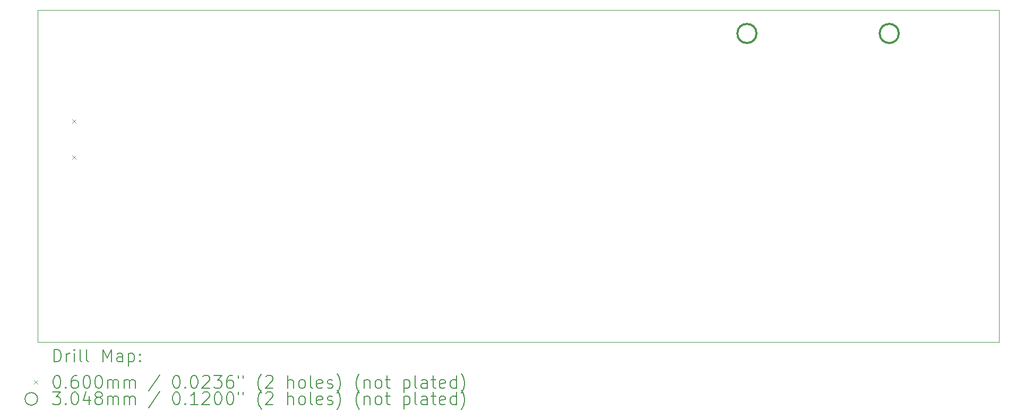
<source format=gbr>
%TF.GenerationSoftware,KiCad,Pcbnew,8.0.6*%
%TF.CreationDate,2025-03-13T06:26:08-04:00*%
%TF.ProjectId,SCAN,5343414e-2e6b-4696-9361-645f70636258,2.0*%
%TF.SameCoordinates,Original*%
%TF.FileFunction,Drillmap*%
%TF.FilePolarity,Positive*%
%FSLAX45Y45*%
G04 Gerber Fmt 4.5, Leading zero omitted, Abs format (unit mm)*
G04 Created by KiCad (PCBNEW 8.0.6) date 2025-03-13 06:26:08*
%MOMM*%
%LPD*%
G01*
G04 APERTURE LIST*
%ADD10C,0.100000*%
%ADD11C,0.200000*%
%ADD12C,0.304800*%
G04 APERTURE END LIST*
D10*
X6821000Y-6890000D02*
X22153000Y-6890000D01*
X22153000Y-12190000D01*
X6821000Y-12190000D01*
X6821000Y-6890000D01*
D11*
D10*
X7369000Y-8633000D02*
X7429000Y-8693000D01*
X7429000Y-8633000D02*
X7369000Y-8693000D01*
X7369000Y-9211000D02*
X7429000Y-9271000D01*
X7429000Y-9211000D02*
X7369000Y-9271000D01*
D12*
X18282400Y-7265000D02*
G75*
G02*
X17977600Y-7265000I-152400J0D01*
G01*
X17977600Y-7265000D02*
G75*
G02*
X18282400Y-7265000I152400J0D01*
G01*
X20552400Y-7265000D02*
G75*
G02*
X20247600Y-7265000I-152400J0D01*
G01*
X20247600Y-7265000D02*
G75*
G02*
X20552400Y-7265000I152400J0D01*
G01*
D11*
X7076777Y-12506484D02*
X7076777Y-12306484D01*
X7076777Y-12306484D02*
X7124396Y-12306484D01*
X7124396Y-12306484D02*
X7152967Y-12316008D01*
X7152967Y-12316008D02*
X7172015Y-12335055D01*
X7172015Y-12335055D02*
X7181539Y-12354103D01*
X7181539Y-12354103D02*
X7191062Y-12392198D01*
X7191062Y-12392198D02*
X7191062Y-12420769D01*
X7191062Y-12420769D02*
X7181539Y-12458865D01*
X7181539Y-12458865D02*
X7172015Y-12477912D01*
X7172015Y-12477912D02*
X7152967Y-12496960D01*
X7152967Y-12496960D02*
X7124396Y-12506484D01*
X7124396Y-12506484D02*
X7076777Y-12506484D01*
X7276777Y-12506484D02*
X7276777Y-12373150D01*
X7276777Y-12411246D02*
X7286301Y-12392198D01*
X7286301Y-12392198D02*
X7295824Y-12382674D01*
X7295824Y-12382674D02*
X7314872Y-12373150D01*
X7314872Y-12373150D02*
X7333920Y-12373150D01*
X7400586Y-12506484D02*
X7400586Y-12373150D01*
X7400586Y-12306484D02*
X7391062Y-12316008D01*
X7391062Y-12316008D02*
X7400586Y-12325531D01*
X7400586Y-12325531D02*
X7410110Y-12316008D01*
X7410110Y-12316008D02*
X7400586Y-12306484D01*
X7400586Y-12306484D02*
X7400586Y-12325531D01*
X7524396Y-12506484D02*
X7505348Y-12496960D01*
X7505348Y-12496960D02*
X7495824Y-12477912D01*
X7495824Y-12477912D02*
X7495824Y-12306484D01*
X7629158Y-12506484D02*
X7610110Y-12496960D01*
X7610110Y-12496960D02*
X7600586Y-12477912D01*
X7600586Y-12477912D02*
X7600586Y-12306484D01*
X7857729Y-12506484D02*
X7857729Y-12306484D01*
X7857729Y-12306484D02*
X7924396Y-12449341D01*
X7924396Y-12449341D02*
X7991062Y-12306484D01*
X7991062Y-12306484D02*
X7991062Y-12506484D01*
X8172015Y-12506484D02*
X8172015Y-12401722D01*
X8172015Y-12401722D02*
X8162491Y-12382674D01*
X8162491Y-12382674D02*
X8143443Y-12373150D01*
X8143443Y-12373150D02*
X8105348Y-12373150D01*
X8105348Y-12373150D02*
X8086301Y-12382674D01*
X8172015Y-12496960D02*
X8152967Y-12506484D01*
X8152967Y-12506484D02*
X8105348Y-12506484D01*
X8105348Y-12506484D02*
X8086301Y-12496960D01*
X8086301Y-12496960D02*
X8076777Y-12477912D01*
X8076777Y-12477912D02*
X8076777Y-12458865D01*
X8076777Y-12458865D02*
X8086301Y-12439817D01*
X8086301Y-12439817D02*
X8105348Y-12430293D01*
X8105348Y-12430293D02*
X8152967Y-12430293D01*
X8152967Y-12430293D02*
X8172015Y-12420769D01*
X8267253Y-12373150D02*
X8267253Y-12573150D01*
X8267253Y-12382674D02*
X8286301Y-12373150D01*
X8286301Y-12373150D02*
X8324396Y-12373150D01*
X8324396Y-12373150D02*
X8343443Y-12382674D01*
X8343443Y-12382674D02*
X8352967Y-12392198D01*
X8352967Y-12392198D02*
X8362491Y-12411246D01*
X8362491Y-12411246D02*
X8362491Y-12468388D01*
X8362491Y-12468388D02*
X8352967Y-12487436D01*
X8352967Y-12487436D02*
X8343443Y-12496960D01*
X8343443Y-12496960D02*
X8324396Y-12506484D01*
X8324396Y-12506484D02*
X8286301Y-12506484D01*
X8286301Y-12506484D02*
X8267253Y-12496960D01*
X8448205Y-12487436D02*
X8457729Y-12496960D01*
X8457729Y-12496960D02*
X8448205Y-12506484D01*
X8448205Y-12506484D02*
X8438682Y-12496960D01*
X8438682Y-12496960D02*
X8448205Y-12487436D01*
X8448205Y-12487436D02*
X8448205Y-12506484D01*
X8448205Y-12382674D02*
X8457729Y-12392198D01*
X8457729Y-12392198D02*
X8448205Y-12401722D01*
X8448205Y-12401722D02*
X8438682Y-12392198D01*
X8438682Y-12392198D02*
X8448205Y-12382674D01*
X8448205Y-12382674D02*
X8448205Y-12401722D01*
D10*
X6756000Y-12805000D02*
X6816000Y-12865000D01*
X6816000Y-12805000D02*
X6756000Y-12865000D01*
D11*
X7114872Y-12726484D02*
X7133920Y-12726484D01*
X7133920Y-12726484D02*
X7152967Y-12736008D01*
X7152967Y-12736008D02*
X7162491Y-12745531D01*
X7162491Y-12745531D02*
X7172015Y-12764579D01*
X7172015Y-12764579D02*
X7181539Y-12802674D01*
X7181539Y-12802674D02*
X7181539Y-12850293D01*
X7181539Y-12850293D02*
X7172015Y-12888388D01*
X7172015Y-12888388D02*
X7162491Y-12907436D01*
X7162491Y-12907436D02*
X7152967Y-12916960D01*
X7152967Y-12916960D02*
X7133920Y-12926484D01*
X7133920Y-12926484D02*
X7114872Y-12926484D01*
X7114872Y-12926484D02*
X7095824Y-12916960D01*
X7095824Y-12916960D02*
X7086301Y-12907436D01*
X7086301Y-12907436D02*
X7076777Y-12888388D01*
X7076777Y-12888388D02*
X7067253Y-12850293D01*
X7067253Y-12850293D02*
X7067253Y-12802674D01*
X7067253Y-12802674D02*
X7076777Y-12764579D01*
X7076777Y-12764579D02*
X7086301Y-12745531D01*
X7086301Y-12745531D02*
X7095824Y-12736008D01*
X7095824Y-12736008D02*
X7114872Y-12726484D01*
X7267253Y-12907436D02*
X7276777Y-12916960D01*
X7276777Y-12916960D02*
X7267253Y-12926484D01*
X7267253Y-12926484D02*
X7257729Y-12916960D01*
X7257729Y-12916960D02*
X7267253Y-12907436D01*
X7267253Y-12907436D02*
X7267253Y-12926484D01*
X7448205Y-12726484D02*
X7410110Y-12726484D01*
X7410110Y-12726484D02*
X7391062Y-12736008D01*
X7391062Y-12736008D02*
X7381539Y-12745531D01*
X7381539Y-12745531D02*
X7362491Y-12774103D01*
X7362491Y-12774103D02*
X7352967Y-12812198D01*
X7352967Y-12812198D02*
X7352967Y-12888388D01*
X7352967Y-12888388D02*
X7362491Y-12907436D01*
X7362491Y-12907436D02*
X7372015Y-12916960D01*
X7372015Y-12916960D02*
X7391062Y-12926484D01*
X7391062Y-12926484D02*
X7429158Y-12926484D01*
X7429158Y-12926484D02*
X7448205Y-12916960D01*
X7448205Y-12916960D02*
X7457729Y-12907436D01*
X7457729Y-12907436D02*
X7467253Y-12888388D01*
X7467253Y-12888388D02*
X7467253Y-12840769D01*
X7467253Y-12840769D02*
X7457729Y-12821722D01*
X7457729Y-12821722D02*
X7448205Y-12812198D01*
X7448205Y-12812198D02*
X7429158Y-12802674D01*
X7429158Y-12802674D02*
X7391062Y-12802674D01*
X7391062Y-12802674D02*
X7372015Y-12812198D01*
X7372015Y-12812198D02*
X7362491Y-12821722D01*
X7362491Y-12821722D02*
X7352967Y-12840769D01*
X7591062Y-12726484D02*
X7610110Y-12726484D01*
X7610110Y-12726484D02*
X7629158Y-12736008D01*
X7629158Y-12736008D02*
X7638682Y-12745531D01*
X7638682Y-12745531D02*
X7648205Y-12764579D01*
X7648205Y-12764579D02*
X7657729Y-12802674D01*
X7657729Y-12802674D02*
X7657729Y-12850293D01*
X7657729Y-12850293D02*
X7648205Y-12888388D01*
X7648205Y-12888388D02*
X7638682Y-12907436D01*
X7638682Y-12907436D02*
X7629158Y-12916960D01*
X7629158Y-12916960D02*
X7610110Y-12926484D01*
X7610110Y-12926484D02*
X7591062Y-12926484D01*
X7591062Y-12926484D02*
X7572015Y-12916960D01*
X7572015Y-12916960D02*
X7562491Y-12907436D01*
X7562491Y-12907436D02*
X7552967Y-12888388D01*
X7552967Y-12888388D02*
X7543443Y-12850293D01*
X7543443Y-12850293D02*
X7543443Y-12802674D01*
X7543443Y-12802674D02*
X7552967Y-12764579D01*
X7552967Y-12764579D02*
X7562491Y-12745531D01*
X7562491Y-12745531D02*
X7572015Y-12736008D01*
X7572015Y-12736008D02*
X7591062Y-12726484D01*
X7781539Y-12726484D02*
X7800586Y-12726484D01*
X7800586Y-12726484D02*
X7819634Y-12736008D01*
X7819634Y-12736008D02*
X7829158Y-12745531D01*
X7829158Y-12745531D02*
X7838682Y-12764579D01*
X7838682Y-12764579D02*
X7848205Y-12802674D01*
X7848205Y-12802674D02*
X7848205Y-12850293D01*
X7848205Y-12850293D02*
X7838682Y-12888388D01*
X7838682Y-12888388D02*
X7829158Y-12907436D01*
X7829158Y-12907436D02*
X7819634Y-12916960D01*
X7819634Y-12916960D02*
X7800586Y-12926484D01*
X7800586Y-12926484D02*
X7781539Y-12926484D01*
X7781539Y-12926484D02*
X7762491Y-12916960D01*
X7762491Y-12916960D02*
X7752967Y-12907436D01*
X7752967Y-12907436D02*
X7743443Y-12888388D01*
X7743443Y-12888388D02*
X7733920Y-12850293D01*
X7733920Y-12850293D02*
X7733920Y-12802674D01*
X7733920Y-12802674D02*
X7743443Y-12764579D01*
X7743443Y-12764579D02*
X7752967Y-12745531D01*
X7752967Y-12745531D02*
X7762491Y-12736008D01*
X7762491Y-12736008D02*
X7781539Y-12726484D01*
X7933920Y-12926484D02*
X7933920Y-12793150D01*
X7933920Y-12812198D02*
X7943443Y-12802674D01*
X7943443Y-12802674D02*
X7962491Y-12793150D01*
X7962491Y-12793150D02*
X7991063Y-12793150D01*
X7991063Y-12793150D02*
X8010110Y-12802674D01*
X8010110Y-12802674D02*
X8019634Y-12821722D01*
X8019634Y-12821722D02*
X8019634Y-12926484D01*
X8019634Y-12821722D02*
X8029158Y-12802674D01*
X8029158Y-12802674D02*
X8048205Y-12793150D01*
X8048205Y-12793150D02*
X8076777Y-12793150D01*
X8076777Y-12793150D02*
X8095824Y-12802674D01*
X8095824Y-12802674D02*
X8105348Y-12821722D01*
X8105348Y-12821722D02*
X8105348Y-12926484D01*
X8200586Y-12926484D02*
X8200586Y-12793150D01*
X8200586Y-12812198D02*
X8210110Y-12802674D01*
X8210110Y-12802674D02*
X8229158Y-12793150D01*
X8229158Y-12793150D02*
X8257729Y-12793150D01*
X8257729Y-12793150D02*
X8276777Y-12802674D01*
X8276777Y-12802674D02*
X8286301Y-12821722D01*
X8286301Y-12821722D02*
X8286301Y-12926484D01*
X8286301Y-12821722D02*
X8295824Y-12802674D01*
X8295824Y-12802674D02*
X8314872Y-12793150D01*
X8314872Y-12793150D02*
X8343443Y-12793150D01*
X8343443Y-12793150D02*
X8362491Y-12802674D01*
X8362491Y-12802674D02*
X8372015Y-12821722D01*
X8372015Y-12821722D02*
X8372015Y-12926484D01*
X8762491Y-12716960D02*
X8591063Y-12974103D01*
X9019634Y-12726484D02*
X9038682Y-12726484D01*
X9038682Y-12726484D02*
X9057729Y-12736008D01*
X9057729Y-12736008D02*
X9067253Y-12745531D01*
X9067253Y-12745531D02*
X9076777Y-12764579D01*
X9076777Y-12764579D02*
X9086301Y-12802674D01*
X9086301Y-12802674D02*
X9086301Y-12850293D01*
X9086301Y-12850293D02*
X9076777Y-12888388D01*
X9076777Y-12888388D02*
X9067253Y-12907436D01*
X9067253Y-12907436D02*
X9057729Y-12916960D01*
X9057729Y-12916960D02*
X9038682Y-12926484D01*
X9038682Y-12926484D02*
X9019634Y-12926484D01*
X9019634Y-12926484D02*
X9000587Y-12916960D01*
X9000587Y-12916960D02*
X8991063Y-12907436D01*
X8991063Y-12907436D02*
X8981539Y-12888388D01*
X8981539Y-12888388D02*
X8972015Y-12850293D01*
X8972015Y-12850293D02*
X8972015Y-12802674D01*
X8972015Y-12802674D02*
X8981539Y-12764579D01*
X8981539Y-12764579D02*
X8991063Y-12745531D01*
X8991063Y-12745531D02*
X9000587Y-12736008D01*
X9000587Y-12736008D02*
X9019634Y-12726484D01*
X9172015Y-12907436D02*
X9181539Y-12916960D01*
X9181539Y-12916960D02*
X9172015Y-12926484D01*
X9172015Y-12926484D02*
X9162491Y-12916960D01*
X9162491Y-12916960D02*
X9172015Y-12907436D01*
X9172015Y-12907436D02*
X9172015Y-12926484D01*
X9305348Y-12726484D02*
X9324396Y-12726484D01*
X9324396Y-12726484D02*
X9343444Y-12736008D01*
X9343444Y-12736008D02*
X9352968Y-12745531D01*
X9352968Y-12745531D02*
X9362491Y-12764579D01*
X9362491Y-12764579D02*
X9372015Y-12802674D01*
X9372015Y-12802674D02*
X9372015Y-12850293D01*
X9372015Y-12850293D02*
X9362491Y-12888388D01*
X9362491Y-12888388D02*
X9352968Y-12907436D01*
X9352968Y-12907436D02*
X9343444Y-12916960D01*
X9343444Y-12916960D02*
X9324396Y-12926484D01*
X9324396Y-12926484D02*
X9305348Y-12926484D01*
X9305348Y-12926484D02*
X9286301Y-12916960D01*
X9286301Y-12916960D02*
X9276777Y-12907436D01*
X9276777Y-12907436D02*
X9267253Y-12888388D01*
X9267253Y-12888388D02*
X9257729Y-12850293D01*
X9257729Y-12850293D02*
X9257729Y-12802674D01*
X9257729Y-12802674D02*
X9267253Y-12764579D01*
X9267253Y-12764579D02*
X9276777Y-12745531D01*
X9276777Y-12745531D02*
X9286301Y-12736008D01*
X9286301Y-12736008D02*
X9305348Y-12726484D01*
X9448206Y-12745531D02*
X9457729Y-12736008D01*
X9457729Y-12736008D02*
X9476777Y-12726484D01*
X9476777Y-12726484D02*
X9524396Y-12726484D01*
X9524396Y-12726484D02*
X9543444Y-12736008D01*
X9543444Y-12736008D02*
X9552968Y-12745531D01*
X9552968Y-12745531D02*
X9562491Y-12764579D01*
X9562491Y-12764579D02*
X9562491Y-12783627D01*
X9562491Y-12783627D02*
X9552968Y-12812198D01*
X9552968Y-12812198D02*
X9438682Y-12926484D01*
X9438682Y-12926484D02*
X9562491Y-12926484D01*
X9629158Y-12726484D02*
X9752968Y-12726484D01*
X9752968Y-12726484D02*
X9686301Y-12802674D01*
X9686301Y-12802674D02*
X9714872Y-12802674D01*
X9714872Y-12802674D02*
X9733920Y-12812198D01*
X9733920Y-12812198D02*
X9743444Y-12821722D01*
X9743444Y-12821722D02*
X9752968Y-12840769D01*
X9752968Y-12840769D02*
X9752968Y-12888388D01*
X9752968Y-12888388D02*
X9743444Y-12907436D01*
X9743444Y-12907436D02*
X9733920Y-12916960D01*
X9733920Y-12916960D02*
X9714872Y-12926484D01*
X9714872Y-12926484D02*
X9657729Y-12926484D01*
X9657729Y-12926484D02*
X9638682Y-12916960D01*
X9638682Y-12916960D02*
X9629158Y-12907436D01*
X9924396Y-12726484D02*
X9886301Y-12726484D01*
X9886301Y-12726484D02*
X9867253Y-12736008D01*
X9867253Y-12736008D02*
X9857729Y-12745531D01*
X9857729Y-12745531D02*
X9838682Y-12774103D01*
X9838682Y-12774103D02*
X9829158Y-12812198D01*
X9829158Y-12812198D02*
X9829158Y-12888388D01*
X9829158Y-12888388D02*
X9838682Y-12907436D01*
X9838682Y-12907436D02*
X9848206Y-12916960D01*
X9848206Y-12916960D02*
X9867253Y-12926484D01*
X9867253Y-12926484D02*
X9905349Y-12926484D01*
X9905349Y-12926484D02*
X9924396Y-12916960D01*
X9924396Y-12916960D02*
X9933920Y-12907436D01*
X9933920Y-12907436D02*
X9943444Y-12888388D01*
X9943444Y-12888388D02*
X9943444Y-12840769D01*
X9943444Y-12840769D02*
X9933920Y-12821722D01*
X9933920Y-12821722D02*
X9924396Y-12812198D01*
X9924396Y-12812198D02*
X9905349Y-12802674D01*
X9905349Y-12802674D02*
X9867253Y-12802674D01*
X9867253Y-12802674D02*
X9848206Y-12812198D01*
X9848206Y-12812198D02*
X9838682Y-12821722D01*
X9838682Y-12821722D02*
X9829158Y-12840769D01*
X10019634Y-12726484D02*
X10019634Y-12764579D01*
X10095825Y-12726484D02*
X10095825Y-12764579D01*
X10391063Y-13002674D02*
X10381539Y-12993150D01*
X10381539Y-12993150D02*
X10362491Y-12964579D01*
X10362491Y-12964579D02*
X10352968Y-12945531D01*
X10352968Y-12945531D02*
X10343444Y-12916960D01*
X10343444Y-12916960D02*
X10333920Y-12869341D01*
X10333920Y-12869341D02*
X10333920Y-12831246D01*
X10333920Y-12831246D02*
X10343444Y-12783627D01*
X10343444Y-12783627D02*
X10352968Y-12755055D01*
X10352968Y-12755055D02*
X10362491Y-12736008D01*
X10362491Y-12736008D02*
X10381539Y-12707436D01*
X10381539Y-12707436D02*
X10391063Y-12697912D01*
X10457730Y-12745531D02*
X10467253Y-12736008D01*
X10467253Y-12736008D02*
X10486301Y-12726484D01*
X10486301Y-12726484D02*
X10533920Y-12726484D01*
X10533920Y-12726484D02*
X10552968Y-12736008D01*
X10552968Y-12736008D02*
X10562491Y-12745531D01*
X10562491Y-12745531D02*
X10572015Y-12764579D01*
X10572015Y-12764579D02*
X10572015Y-12783627D01*
X10572015Y-12783627D02*
X10562491Y-12812198D01*
X10562491Y-12812198D02*
X10448206Y-12926484D01*
X10448206Y-12926484D02*
X10572015Y-12926484D01*
X10810111Y-12926484D02*
X10810111Y-12726484D01*
X10895825Y-12926484D02*
X10895825Y-12821722D01*
X10895825Y-12821722D02*
X10886301Y-12802674D01*
X10886301Y-12802674D02*
X10867253Y-12793150D01*
X10867253Y-12793150D02*
X10838682Y-12793150D01*
X10838682Y-12793150D02*
X10819634Y-12802674D01*
X10819634Y-12802674D02*
X10810111Y-12812198D01*
X11019634Y-12926484D02*
X11000587Y-12916960D01*
X11000587Y-12916960D02*
X10991063Y-12907436D01*
X10991063Y-12907436D02*
X10981539Y-12888388D01*
X10981539Y-12888388D02*
X10981539Y-12831246D01*
X10981539Y-12831246D02*
X10991063Y-12812198D01*
X10991063Y-12812198D02*
X11000587Y-12802674D01*
X11000587Y-12802674D02*
X11019634Y-12793150D01*
X11019634Y-12793150D02*
X11048206Y-12793150D01*
X11048206Y-12793150D02*
X11067253Y-12802674D01*
X11067253Y-12802674D02*
X11076777Y-12812198D01*
X11076777Y-12812198D02*
X11086301Y-12831246D01*
X11086301Y-12831246D02*
X11086301Y-12888388D01*
X11086301Y-12888388D02*
X11076777Y-12907436D01*
X11076777Y-12907436D02*
X11067253Y-12916960D01*
X11067253Y-12916960D02*
X11048206Y-12926484D01*
X11048206Y-12926484D02*
X11019634Y-12926484D01*
X11200587Y-12926484D02*
X11181539Y-12916960D01*
X11181539Y-12916960D02*
X11172015Y-12897912D01*
X11172015Y-12897912D02*
X11172015Y-12726484D01*
X11352968Y-12916960D02*
X11333920Y-12926484D01*
X11333920Y-12926484D02*
X11295825Y-12926484D01*
X11295825Y-12926484D02*
X11276777Y-12916960D01*
X11276777Y-12916960D02*
X11267253Y-12897912D01*
X11267253Y-12897912D02*
X11267253Y-12821722D01*
X11267253Y-12821722D02*
X11276777Y-12802674D01*
X11276777Y-12802674D02*
X11295825Y-12793150D01*
X11295825Y-12793150D02*
X11333920Y-12793150D01*
X11333920Y-12793150D02*
X11352968Y-12802674D01*
X11352968Y-12802674D02*
X11362491Y-12821722D01*
X11362491Y-12821722D02*
X11362491Y-12840769D01*
X11362491Y-12840769D02*
X11267253Y-12859817D01*
X11438682Y-12916960D02*
X11457730Y-12926484D01*
X11457730Y-12926484D02*
X11495825Y-12926484D01*
X11495825Y-12926484D02*
X11514872Y-12916960D01*
X11514872Y-12916960D02*
X11524396Y-12897912D01*
X11524396Y-12897912D02*
X11524396Y-12888388D01*
X11524396Y-12888388D02*
X11514872Y-12869341D01*
X11514872Y-12869341D02*
X11495825Y-12859817D01*
X11495825Y-12859817D02*
X11467253Y-12859817D01*
X11467253Y-12859817D02*
X11448206Y-12850293D01*
X11448206Y-12850293D02*
X11438682Y-12831246D01*
X11438682Y-12831246D02*
X11438682Y-12821722D01*
X11438682Y-12821722D02*
X11448206Y-12802674D01*
X11448206Y-12802674D02*
X11467253Y-12793150D01*
X11467253Y-12793150D02*
X11495825Y-12793150D01*
X11495825Y-12793150D02*
X11514872Y-12802674D01*
X11591063Y-13002674D02*
X11600587Y-12993150D01*
X11600587Y-12993150D02*
X11619634Y-12964579D01*
X11619634Y-12964579D02*
X11629158Y-12945531D01*
X11629158Y-12945531D02*
X11638682Y-12916960D01*
X11638682Y-12916960D02*
X11648206Y-12869341D01*
X11648206Y-12869341D02*
X11648206Y-12831246D01*
X11648206Y-12831246D02*
X11638682Y-12783627D01*
X11638682Y-12783627D02*
X11629158Y-12755055D01*
X11629158Y-12755055D02*
X11619634Y-12736008D01*
X11619634Y-12736008D02*
X11600587Y-12707436D01*
X11600587Y-12707436D02*
X11591063Y-12697912D01*
X11952968Y-13002674D02*
X11943444Y-12993150D01*
X11943444Y-12993150D02*
X11924396Y-12964579D01*
X11924396Y-12964579D02*
X11914872Y-12945531D01*
X11914872Y-12945531D02*
X11905349Y-12916960D01*
X11905349Y-12916960D02*
X11895825Y-12869341D01*
X11895825Y-12869341D02*
X11895825Y-12831246D01*
X11895825Y-12831246D02*
X11905349Y-12783627D01*
X11905349Y-12783627D02*
X11914872Y-12755055D01*
X11914872Y-12755055D02*
X11924396Y-12736008D01*
X11924396Y-12736008D02*
X11943444Y-12707436D01*
X11943444Y-12707436D02*
X11952968Y-12697912D01*
X12029158Y-12793150D02*
X12029158Y-12926484D01*
X12029158Y-12812198D02*
X12038682Y-12802674D01*
X12038682Y-12802674D02*
X12057730Y-12793150D01*
X12057730Y-12793150D02*
X12086301Y-12793150D01*
X12086301Y-12793150D02*
X12105349Y-12802674D01*
X12105349Y-12802674D02*
X12114872Y-12821722D01*
X12114872Y-12821722D02*
X12114872Y-12926484D01*
X12238682Y-12926484D02*
X12219634Y-12916960D01*
X12219634Y-12916960D02*
X12210111Y-12907436D01*
X12210111Y-12907436D02*
X12200587Y-12888388D01*
X12200587Y-12888388D02*
X12200587Y-12831246D01*
X12200587Y-12831246D02*
X12210111Y-12812198D01*
X12210111Y-12812198D02*
X12219634Y-12802674D01*
X12219634Y-12802674D02*
X12238682Y-12793150D01*
X12238682Y-12793150D02*
X12267253Y-12793150D01*
X12267253Y-12793150D02*
X12286301Y-12802674D01*
X12286301Y-12802674D02*
X12295825Y-12812198D01*
X12295825Y-12812198D02*
X12305349Y-12831246D01*
X12305349Y-12831246D02*
X12305349Y-12888388D01*
X12305349Y-12888388D02*
X12295825Y-12907436D01*
X12295825Y-12907436D02*
X12286301Y-12916960D01*
X12286301Y-12916960D02*
X12267253Y-12926484D01*
X12267253Y-12926484D02*
X12238682Y-12926484D01*
X12362492Y-12793150D02*
X12438682Y-12793150D01*
X12391063Y-12726484D02*
X12391063Y-12897912D01*
X12391063Y-12897912D02*
X12400587Y-12916960D01*
X12400587Y-12916960D02*
X12419634Y-12926484D01*
X12419634Y-12926484D02*
X12438682Y-12926484D01*
X12657730Y-12793150D02*
X12657730Y-12993150D01*
X12657730Y-12802674D02*
X12676777Y-12793150D01*
X12676777Y-12793150D02*
X12714873Y-12793150D01*
X12714873Y-12793150D02*
X12733920Y-12802674D01*
X12733920Y-12802674D02*
X12743444Y-12812198D01*
X12743444Y-12812198D02*
X12752968Y-12831246D01*
X12752968Y-12831246D02*
X12752968Y-12888388D01*
X12752968Y-12888388D02*
X12743444Y-12907436D01*
X12743444Y-12907436D02*
X12733920Y-12916960D01*
X12733920Y-12916960D02*
X12714873Y-12926484D01*
X12714873Y-12926484D02*
X12676777Y-12926484D01*
X12676777Y-12926484D02*
X12657730Y-12916960D01*
X12867253Y-12926484D02*
X12848206Y-12916960D01*
X12848206Y-12916960D02*
X12838682Y-12897912D01*
X12838682Y-12897912D02*
X12838682Y-12726484D01*
X13029158Y-12926484D02*
X13029158Y-12821722D01*
X13029158Y-12821722D02*
X13019634Y-12802674D01*
X13019634Y-12802674D02*
X13000587Y-12793150D01*
X13000587Y-12793150D02*
X12962492Y-12793150D01*
X12962492Y-12793150D02*
X12943444Y-12802674D01*
X13029158Y-12916960D02*
X13010111Y-12926484D01*
X13010111Y-12926484D02*
X12962492Y-12926484D01*
X12962492Y-12926484D02*
X12943444Y-12916960D01*
X12943444Y-12916960D02*
X12933920Y-12897912D01*
X12933920Y-12897912D02*
X12933920Y-12878865D01*
X12933920Y-12878865D02*
X12943444Y-12859817D01*
X12943444Y-12859817D02*
X12962492Y-12850293D01*
X12962492Y-12850293D02*
X13010111Y-12850293D01*
X13010111Y-12850293D02*
X13029158Y-12840769D01*
X13095825Y-12793150D02*
X13172015Y-12793150D01*
X13124396Y-12726484D02*
X13124396Y-12897912D01*
X13124396Y-12897912D02*
X13133920Y-12916960D01*
X13133920Y-12916960D02*
X13152968Y-12926484D01*
X13152968Y-12926484D02*
X13172015Y-12926484D01*
X13314873Y-12916960D02*
X13295825Y-12926484D01*
X13295825Y-12926484D02*
X13257730Y-12926484D01*
X13257730Y-12926484D02*
X13238682Y-12916960D01*
X13238682Y-12916960D02*
X13229158Y-12897912D01*
X13229158Y-12897912D02*
X13229158Y-12821722D01*
X13229158Y-12821722D02*
X13238682Y-12802674D01*
X13238682Y-12802674D02*
X13257730Y-12793150D01*
X13257730Y-12793150D02*
X13295825Y-12793150D01*
X13295825Y-12793150D02*
X13314873Y-12802674D01*
X13314873Y-12802674D02*
X13324396Y-12821722D01*
X13324396Y-12821722D02*
X13324396Y-12840769D01*
X13324396Y-12840769D02*
X13229158Y-12859817D01*
X13495825Y-12926484D02*
X13495825Y-12726484D01*
X13495825Y-12916960D02*
X13476777Y-12926484D01*
X13476777Y-12926484D02*
X13438682Y-12926484D01*
X13438682Y-12926484D02*
X13419634Y-12916960D01*
X13419634Y-12916960D02*
X13410111Y-12907436D01*
X13410111Y-12907436D02*
X13400587Y-12888388D01*
X13400587Y-12888388D02*
X13400587Y-12831246D01*
X13400587Y-12831246D02*
X13410111Y-12812198D01*
X13410111Y-12812198D02*
X13419634Y-12802674D01*
X13419634Y-12802674D02*
X13438682Y-12793150D01*
X13438682Y-12793150D02*
X13476777Y-12793150D01*
X13476777Y-12793150D02*
X13495825Y-12802674D01*
X13572015Y-13002674D02*
X13581539Y-12993150D01*
X13581539Y-12993150D02*
X13600587Y-12964579D01*
X13600587Y-12964579D02*
X13610111Y-12945531D01*
X13610111Y-12945531D02*
X13619634Y-12916960D01*
X13619634Y-12916960D02*
X13629158Y-12869341D01*
X13629158Y-12869341D02*
X13629158Y-12831246D01*
X13629158Y-12831246D02*
X13619634Y-12783627D01*
X13619634Y-12783627D02*
X13610111Y-12755055D01*
X13610111Y-12755055D02*
X13600587Y-12736008D01*
X13600587Y-12736008D02*
X13581539Y-12707436D01*
X13581539Y-12707436D02*
X13572015Y-12697912D01*
X6816000Y-13099000D02*
G75*
G02*
X6616000Y-13099000I-100000J0D01*
G01*
X6616000Y-13099000D02*
G75*
G02*
X6816000Y-13099000I100000J0D01*
G01*
X7057729Y-12990484D02*
X7181539Y-12990484D01*
X7181539Y-12990484D02*
X7114872Y-13066674D01*
X7114872Y-13066674D02*
X7143443Y-13066674D01*
X7143443Y-13066674D02*
X7162491Y-13076198D01*
X7162491Y-13076198D02*
X7172015Y-13085722D01*
X7172015Y-13085722D02*
X7181539Y-13104769D01*
X7181539Y-13104769D02*
X7181539Y-13152388D01*
X7181539Y-13152388D02*
X7172015Y-13171436D01*
X7172015Y-13171436D02*
X7162491Y-13180960D01*
X7162491Y-13180960D02*
X7143443Y-13190484D01*
X7143443Y-13190484D02*
X7086301Y-13190484D01*
X7086301Y-13190484D02*
X7067253Y-13180960D01*
X7067253Y-13180960D02*
X7057729Y-13171436D01*
X7267253Y-13171436D02*
X7276777Y-13180960D01*
X7276777Y-13180960D02*
X7267253Y-13190484D01*
X7267253Y-13190484D02*
X7257729Y-13180960D01*
X7257729Y-13180960D02*
X7267253Y-13171436D01*
X7267253Y-13171436D02*
X7267253Y-13190484D01*
X7400586Y-12990484D02*
X7419634Y-12990484D01*
X7419634Y-12990484D02*
X7438682Y-13000008D01*
X7438682Y-13000008D02*
X7448205Y-13009531D01*
X7448205Y-13009531D02*
X7457729Y-13028579D01*
X7457729Y-13028579D02*
X7467253Y-13066674D01*
X7467253Y-13066674D02*
X7467253Y-13114293D01*
X7467253Y-13114293D02*
X7457729Y-13152388D01*
X7457729Y-13152388D02*
X7448205Y-13171436D01*
X7448205Y-13171436D02*
X7438682Y-13180960D01*
X7438682Y-13180960D02*
X7419634Y-13190484D01*
X7419634Y-13190484D02*
X7400586Y-13190484D01*
X7400586Y-13190484D02*
X7381539Y-13180960D01*
X7381539Y-13180960D02*
X7372015Y-13171436D01*
X7372015Y-13171436D02*
X7362491Y-13152388D01*
X7362491Y-13152388D02*
X7352967Y-13114293D01*
X7352967Y-13114293D02*
X7352967Y-13066674D01*
X7352967Y-13066674D02*
X7362491Y-13028579D01*
X7362491Y-13028579D02*
X7372015Y-13009531D01*
X7372015Y-13009531D02*
X7381539Y-13000008D01*
X7381539Y-13000008D02*
X7400586Y-12990484D01*
X7638682Y-13057150D02*
X7638682Y-13190484D01*
X7591062Y-12980960D02*
X7543443Y-13123817D01*
X7543443Y-13123817D02*
X7667253Y-13123817D01*
X7772015Y-13076198D02*
X7752967Y-13066674D01*
X7752967Y-13066674D02*
X7743443Y-13057150D01*
X7743443Y-13057150D02*
X7733920Y-13038103D01*
X7733920Y-13038103D02*
X7733920Y-13028579D01*
X7733920Y-13028579D02*
X7743443Y-13009531D01*
X7743443Y-13009531D02*
X7752967Y-13000008D01*
X7752967Y-13000008D02*
X7772015Y-12990484D01*
X7772015Y-12990484D02*
X7810110Y-12990484D01*
X7810110Y-12990484D02*
X7829158Y-13000008D01*
X7829158Y-13000008D02*
X7838682Y-13009531D01*
X7838682Y-13009531D02*
X7848205Y-13028579D01*
X7848205Y-13028579D02*
X7848205Y-13038103D01*
X7848205Y-13038103D02*
X7838682Y-13057150D01*
X7838682Y-13057150D02*
X7829158Y-13066674D01*
X7829158Y-13066674D02*
X7810110Y-13076198D01*
X7810110Y-13076198D02*
X7772015Y-13076198D01*
X7772015Y-13076198D02*
X7752967Y-13085722D01*
X7752967Y-13085722D02*
X7743443Y-13095246D01*
X7743443Y-13095246D02*
X7733920Y-13114293D01*
X7733920Y-13114293D02*
X7733920Y-13152388D01*
X7733920Y-13152388D02*
X7743443Y-13171436D01*
X7743443Y-13171436D02*
X7752967Y-13180960D01*
X7752967Y-13180960D02*
X7772015Y-13190484D01*
X7772015Y-13190484D02*
X7810110Y-13190484D01*
X7810110Y-13190484D02*
X7829158Y-13180960D01*
X7829158Y-13180960D02*
X7838682Y-13171436D01*
X7838682Y-13171436D02*
X7848205Y-13152388D01*
X7848205Y-13152388D02*
X7848205Y-13114293D01*
X7848205Y-13114293D02*
X7838682Y-13095246D01*
X7838682Y-13095246D02*
X7829158Y-13085722D01*
X7829158Y-13085722D02*
X7810110Y-13076198D01*
X7933920Y-13190484D02*
X7933920Y-13057150D01*
X7933920Y-13076198D02*
X7943443Y-13066674D01*
X7943443Y-13066674D02*
X7962491Y-13057150D01*
X7962491Y-13057150D02*
X7991063Y-13057150D01*
X7991063Y-13057150D02*
X8010110Y-13066674D01*
X8010110Y-13066674D02*
X8019634Y-13085722D01*
X8019634Y-13085722D02*
X8019634Y-13190484D01*
X8019634Y-13085722D02*
X8029158Y-13066674D01*
X8029158Y-13066674D02*
X8048205Y-13057150D01*
X8048205Y-13057150D02*
X8076777Y-13057150D01*
X8076777Y-13057150D02*
X8095824Y-13066674D01*
X8095824Y-13066674D02*
X8105348Y-13085722D01*
X8105348Y-13085722D02*
X8105348Y-13190484D01*
X8200586Y-13190484D02*
X8200586Y-13057150D01*
X8200586Y-13076198D02*
X8210110Y-13066674D01*
X8210110Y-13066674D02*
X8229158Y-13057150D01*
X8229158Y-13057150D02*
X8257729Y-13057150D01*
X8257729Y-13057150D02*
X8276777Y-13066674D01*
X8276777Y-13066674D02*
X8286301Y-13085722D01*
X8286301Y-13085722D02*
X8286301Y-13190484D01*
X8286301Y-13085722D02*
X8295824Y-13066674D01*
X8295824Y-13066674D02*
X8314872Y-13057150D01*
X8314872Y-13057150D02*
X8343443Y-13057150D01*
X8343443Y-13057150D02*
X8362491Y-13066674D01*
X8362491Y-13066674D02*
X8372015Y-13085722D01*
X8372015Y-13085722D02*
X8372015Y-13190484D01*
X8762491Y-12980960D02*
X8591063Y-13238103D01*
X9019634Y-12990484D02*
X9038682Y-12990484D01*
X9038682Y-12990484D02*
X9057729Y-13000008D01*
X9057729Y-13000008D02*
X9067253Y-13009531D01*
X9067253Y-13009531D02*
X9076777Y-13028579D01*
X9076777Y-13028579D02*
X9086301Y-13066674D01*
X9086301Y-13066674D02*
X9086301Y-13114293D01*
X9086301Y-13114293D02*
X9076777Y-13152388D01*
X9076777Y-13152388D02*
X9067253Y-13171436D01*
X9067253Y-13171436D02*
X9057729Y-13180960D01*
X9057729Y-13180960D02*
X9038682Y-13190484D01*
X9038682Y-13190484D02*
X9019634Y-13190484D01*
X9019634Y-13190484D02*
X9000587Y-13180960D01*
X9000587Y-13180960D02*
X8991063Y-13171436D01*
X8991063Y-13171436D02*
X8981539Y-13152388D01*
X8981539Y-13152388D02*
X8972015Y-13114293D01*
X8972015Y-13114293D02*
X8972015Y-13066674D01*
X8972015Y-13066674D02*
X8981539Y-13028579D01*
X8981539Y-13028579D02*
X8991063Y-13009531D01*
X8991063Y-13009531D02*
X9000587Y-13000008D01*
X9000587Y-13000008D02*
X9019634Y-12990484D01*
X9172015Y-13171436D02*
X9181539Y-13180960D01*
X9181539Y-13180960D02*
X9172015Y-13190484D01*
X9172015Y-13190484D02*
X9162491Y-13180960D01*
X9162491Y-13180960D02*
X9172015Y-13171436D01*
X9172015Y-13171436D02*
X9172015Y-13190484D01*
X9372015Y-13190484D02*
X9257729Y-13190484D01*
X9314872Y-13190484D02*
X9314872Y-12990484D01*
X9314872Y-12990484D02*
X9295825Y-13019055D01*
X9295825Y-13019055D02*
X9276777Y-13038103D01*
X9276777Y-13038103D02*
X9257729Y-13047627D01*
X9448206Y-13009531D02*
X9457729Y-13000008D01*
X9457729Y-13000008D02*
X9476777Y-12990484D01*
X9476777Y-12990484D02*
X9524396Y-12990484D01*
X9524396Y-12990484D02*
X9543444Y-13000008D01*
X9543444Y-13000008D02*
X9552968Y-13009531D01*
X9552968Y-13009531D02*
X9562491Y-13028579D01*
X9562491Y-13028579D02*
X9562491Y-13047627D01*
X9562491Y-13047627D02*
X9552968Y-13076198D01*
X9552968Y-13076198D02*
X9438682Y-13190484D01*
X9438682Y-13190484D02*
X9562491Y-13190484D01*
X9686301Y-12990484D02*
X9705349Y-12990484D01*
X9705349Y-12990484D02*
X9724396Y-13000008D01*
X9724396Y-13000008D02*
X9733920Y-13009531D01*
X9733920Y-13009531D02*
X9743444Y-13028579D01*
X9743444Y-13028579D02*
X9752968Y-13066674D01*
X9752968Y-13066674D02*
X9752968Y-13114293D01*
X9752968Y-13114293D02*
X9743444Y-13152388D01*
X9743444Y-13152388D02*
X9733920Y-13171436D01*
X9733920Y-13171436D02*
X9724396Y-13180960D01*
X9724396Y-13180960D02*
X9705349Y-13190484D01*
X9705349Y-13190484D02*
X9686301Y-13190484D01*
X9686301Y-13190484D02*
X9667253Y-13180960D01*
X9667253Y-13180960D02*
X9657729Y-13171436D01*
X9657729Y-13171436D02*
X9648206Y-13152388D01*
X9648206Y-13152388D02*
X9638682Y-13114293D01*
X9638682Y-13114293D02*
X9638682Y-13066674D01*
X9638682Y-13066674D02*
X9648206Y-13028579D01*
X9648206Y-13028579D02*
X9657729Y-13009531D01*
X9657729Y-13009531D02*
X9667253Y-13000008D01*
X9667253Y-13000008D02*
X9686301Y-12990484D01*
X9876777Y-12990484D02*
X9895825Y-12990484D01*
X9895825Y-12990484D02*
X9914872Y-13000008D01*
X9914872Y-13000008D02*
X9924396Y-13009531D01*
X9924396Y-13009531D02*
X9933920Y-13028579D01*
X9933920Y-13028579D02*
X9943444Y-13066674D01*
X9943444Y-13066674D02*
X9943444Y-13114293D01*
X9943444Y-13114293D02*
X9933920Y-13152388D01*
X9933920Y-13152388D02*
X9924396Y-13171436D01*
X9924396Y-13171436D02*
X9914872Y-13180960D01*
X9914872Y-13180960D02*
X9895825Y-13190484D01*
X9895825Y-13190484D02*
X9876777Y-13190484D01*
X9876777Y-13190484D02*
X9857729Y-13180960D01*
X9857729Y-13180960D02*
X9848206Y-13171436D01*
X9848206Y-13171436D02*
X9838682Y-13152388D01*
X9838682Y-13152388D02*
X9829158Y-13114293D01*
X9829158Y-13114293D02*
X9829158Y-13066674D01*
X9829158Y-13066674D02*
X9838682Y-13028579D01*
X9838682Y-13028579D02*
X9848206Y-13009531D01*
X9848206Y-13009531D02*
X9857729Y-13000008D01*
X9857729Y-13000008D02*
X9876777Y-12990484D01*
X10019634Y-12990484D02*
X10019634Y-13028579D01*
X10095825Y-12990484D02*
X10095825Y-13028579D01*
X10391063Y-13266674D02*
X10381539Y-13257150D01*
X10381539Y-13257150D02*
X10362491Y-13228579D01*
X10362491Y-13228579D02*
X10352968Y-13209531D01*
X10352968Y-13209531D02*
X10343444Y-13180960D01*
X10343444Y-13180960D02*
X10333920Y-13133341D01*
X10333920Y-13133341D02*
X10333920Y-13095246D01*
X10333920Y-13095246D02*
X10343444Y-13047627D01*
X10343444Y-13047627D02*
X10352968Y-13019055D01*
X10352968Y-13019055D02*
X10362491Y-13000008D01*
X10362491Y-13000008D02*
X10381539Y-12971436D01*
X10381539Y-12971436D02*
X10391063Y-12961912D01*
X10457730Y-13009531D02*
X10467253Y-13000008D01*
X10467253Y-13000008D02*
X10486301Y-12990484D01*
X10486301Y-12990484D02*
X10533920Y-12990484D01*
X10533920Y-12990484D02*
X10552968Y-13000008D01*
X10552968Y-13000008D02*
X10562491Y-13009531D01*
X10562491Y-13009531D02*
X10572015Y-13028579D01*
X10572015Y-13028579D02*
X10572015Y-13047627D01*
X10572015Y-13047627D02*
X10562491Y-13076198D01*
X10562491Y-13076198D02*
X10448206Y-13190484D01*
X10448206Y-13190484D02*
X10572015Y-13190484D01*
X10810111Y-13190484D02*
X10810111Y-12990484D01*
X10895825Y-13190484D02*
X10895825Y-13085722D01*
X10895825Y-13085722D02*
X10886301Y-13066674D01*
X10886301Y-13066674D02*
X10867253Y-13057150D01*
X10867253Y-13057150D02*
X10838682Y-13057150D01*
X10838682Y-13057150D02*
X10819634Y-13066674D01*
X10819634Y-13066674D02*
X10810111Y-13076198D01*
X11019634Y-13190484D02*
X11000587Y-13180960D01*
X11000587Y-13180960D02*
X10991063Y-13171436D01*
X10991063Y-13171436D02*
X10981539Y-13152388D01*
X10981539Y-13152388D02*
X10981539Y-13095246D01*
X10981539Y-13095246D02*
X10991063Y-13076198D01*
X10991063Y-13076198D02*
X11000587Y-13066674D01*
X11000587Y-13066674D02*
X11019634Y-13057150D01*
X11019634Y-13057150D02*
X11048206Y-13057150D01*
X11048206Y-13057150D02*
X11067253Y-13066674D01*
X11067253Y-13066674D02*
X11076777Y-13076198D01*
X11076777Y-13076198D02*
X11086301Y-13095246D01*
X11086301Y-13095246D02*
X11086301Y-13152388D01*
X11086301Y-13152388D02*
X11076777Y-13171436D01*
X11076777Y-13171436D02*
X11067253Y-13180960D01*
X11067253Y-13180960D02*
X11048206Y-13190484D01*
X11048206Y-13190484D02*
X11019634Y-13190484D01*
X11200587Y-13190484D02*
X11181539Y-13180960D01*
X11181539Y-13180960D02*
X11172015Y-13161912D01*
X11172015Y-13161912D02*
X11172015Y-12990484D01*
X11352968Y-13180960D02*
X11333920Y-13190484D01*
X11333920Y-13190484D02*
X11295825Y-13190484D01*
X11295825Y-13190484D02*
X11276777Y-13180960D01*
X11276777Y-13180960D02*
X11267253Y-13161912D01*
X11267253Y-13161912D02*
X11267253Y-13085722D01*
X11267253Y-13085722D02*
X11276777Y-13066674D01*
X11276777Y-13066674D02*
X11295825Y-13057150D01*
X11295825Y-13057150D02*
X11333920Y-13057150D01*
X11333920Y-13057150D02*
X11352968Y-13066674D01*
X11352968Y-13066674D02*
X11362491Y-13085722D01*
X11362491Y-13085722D02*
X11362491Y-13104769D01*
X11362491Y-13104769D02*
X11267253Y-13123817D01*
X11438682Y-13180960D02*
X11457730Y-13190484D01*
X11457730Y-13190484D02*
X11495825Y-13190484D01*
X11495825Y-13190484D02*
X11514872Y-13180960D01*
X11514872Y-13180960D02*
X11524396Y-13161912D01*
X11524396Y-13161912D02*
X11524396Y-13152388D01*
X11524396Y-13152388D02*
X11514872Y-13133341D01*
X11514872Y-13133341D02*
X11495825Y-13123817D01*
X11495825Y-13123817D02*
X11467253Y-13123817D01*
X11467253Y-13123817D02*
X11448206Y-13114293D01*
X11448206Y-13114293D02*
X11438682Y-13095246D01*
X11438682Y-13095246D02*
X11438682Y-13085722D01*
X11438682Y-13085722D02*
X11448206Y-13066674D01*
X11448206Y-13066674D02*
X11467253Y-13057150D01*
X11467253Y-13057150D02*
X11495825Y-13057150D01*
X11495825Y-13057150D02*
X11514872Y-13066674D01*
X11591063Y-13266674D02*
X11600587Y-13257150D01*
X11600587Y-13257150D02*
X11619634Y-13228579D01*
X11619634Y-13228579D02*
X11629158Y-13209531D01*
X11629158Y-13209531D02*
X11638682Y-13180960D01*
X11638682Y-13180960D02*
X11648206Y-13133341D01*
X11648206Y-13133341D02*
X11648206Y-13095246D01*
X11648206Y-13095246D02*
X11638682Y-13047627D01*
X11638682Y-13047627D02*
X11629158Y-13019055D01*
X11629158Y-13019055D02*
X11619634Y-13000008D01*
X11619634Y-13000008D02*
X11600587Y-12971436D01*
X11600587Y-12971436D02*
X11591063Y-12961912D01*
X11952968Y-13266674D02*
X11943444Y-13257150D01*
X11943444Y-13257150D02*
X11924396Y-13228579D01*
X11924396Y-13228579D02*
X11914872Y-13209531D01*
X11914872Y-13209531D02*
X11905349Y-13180960D01*
X11905349Y-13180960D02*
X11895825Y-13133341D01*
X11895825Y-13133341D02*
X11895825Y-13095246D01*
X11895825Y-13095246D02*
X11905349Y-13047627D01*
X11905349Y-13047627D02*
X11914872Y-13019055D01*
X11914872Y-13019055D02*
X11924396Y-13000008D01*
X11924396Y-13000008D02*
X11943444Y-12971436D01*
X11943444Y-12971436D02*
X11952968Y-12961912D01*
X12029158Y-13057150D02*
X12029158Y-13190484D01*
X12029158Y-13076198D02*
X12038682Y-13066674D01*
X12038682Y-13066674D02*
X12057730Y-13057150D01*
X12057730Y-13057150D02*
X12086301Y-13057150D01*
X12086301Y-13057150D02*
X12105349Y-13066674D01*
X12105349Y-13066674D02*
X12114872Y-13085722D01*
X12114872Y-13085722D02*
X12114872Y-13190484D01*
X12238682Y-13190484D02*
X12219634Y-13180960D01*
X12219634Y-13180960D02*
X12210111Y-13171436D01*
X12210111Y-13171436D02*
X12200587Y-13152388D01*
X12200587Y-13152388D02*
X12200587Y-13095246D01*
X12200587Y-13095246D02*
X12210111Y-13076198D01*
X12210111Y-13076198D02*
X12219634Y-13066674D01*
X12219634Y-13066674D02*
X12238682Y-13057150D01*
X12238682Y-13057150D02*
X12267253Y-13057150D01*
X12267253Y-13057150D02*
X12286301Y-13066674D01*
X12286301Y-13066674D02*
X12295825Y-13076198D01*
X12295825Y-13076198D02*
X12305349Y-13095246D01*
X12305349Y-13095246D02*
X12305349Y-13152388D01*
X12305349Y-13152388D02*
X12295825Y-13171436D01*
X12295825Y-13171436D02*
X12286301Y-13180960D01*
X12286301Y-13180960D02*
X12267253Y-13190484D01*
X12267253Y-13190484D02*
X12238682Y-13190484D01*
X12362492Y-13057150D02*
X12438682Y-13057150D01*
X12391063Y-12990484D02*
X12391063Y-13161912D01*
X12391063Y-13161912D02*
X12400587Y-13180960D01*
X12400587Y-13180960D02*
X12419634Y-13190484D01*
X12419634Y-13190484D02*
X12438682Y-13190484D01*
X12657730Y-13057150D02*
X12657730Y-13257150D01*
X12657730Y-13066674D02*
X12676777Y-13057150D01*
X12676777Y-13057150D02*
X12714873Y-13057150D01*
X12714873Y-13057150D02*
X12733920Y-13066674D01*
X12733920Y-13066674D02*
X12743444Y-13076198D01*
X12743444Y-13076198D02*
X12752968Y-13095246D01*
X12752968Y-13095246D02*
X12752968Y-13152388D01*
X12752968Y-13152388D02*
X12743444Y-13171436D01*
X12743444Y-13171436D02*
X12733920Y-13180960D01*
X12733920Y-13180960D02*
X12714873Y-13190484D01*
X12714873Y-13190484D02*
X12676777Y-13190484D01*
X12676777Y-13190484D02*
X12657730Y-13180960D01*
X12867253Y-13190484D02*
X12848206Y-13180960D01*
X12848206Y-13180960D02*
X12838682Y-13161912D01*
X12838682Y-13161912D02*
X12838682Y-12990484D01*
X13029158Y-13190484D02*
X13029158Y-13085722D01*
X13029158Y-13085722D02*
X13019634Y-13066674D01*
X13019634Y-13066674D02*
X13000587Y-13057150D01*
X13000587Y-13057150D02*
X12962492Y-13057150D01*
X12962492Y-13057150D02*
X12943444Y-13066674D01*
X13029158Y-13180960D02*
X13010111Y-13190484D01*
X13010111Y-13190484D02*
X12962492Y-13190484D01*
X12962492Y-13190484D02*
X12943444Y-13180960D01*
X12943444Y-13180960D02*
X12933920Y-13161912D01*
X12933920Y-13161912D02*
X12933920Y-13142865D01*
X12933920Y-13142865D02*
X12943444Y-13123817D01*
X12943444Y-13123817D02*
X12962492Y-13114293D01*
X12962492Y-13114293D02*
X13010111Y-13114293D01*
X13010111Y-13114293D02*
X13029158Y-13104769D01*
X13095825Y-13057150D02*
X13172015Y-13057150D01*
X13124396Y-12990484D02*
X13124396Y-13161912D01*
X13124396Y-13161912D02*
X13133920Y-13180960D01*
X13133920Y-13180960D02*
X13152968Y-13190484D01*
X13152968Y-13190484D02*
X13172015Y-13190484D01*
X13314873Y-13180960D02*
X13295825Y-13190484D01*
X13295825Y-13190484D02*
X13257730Y-13190484D01*
X13257730Y-13190484D02*
X13238682Y-13180960D01*
X13238682Y-13180960D02*
X13229158Y-13161912D01*
X13229158Y-13161912D02*
X13229158Y-13085722D01*
X13229158Y-13085722D02*
X13238682Y-13066674D01*
X13238682Y-13066674D02*
X13257730Y-13057150D01*
X13257730Y-13057150D02*
X13295825Y-13057150D01*
X13295825Y-13057150D02*
X13314873Y-13066674D01*
X13314873Y-13066674D02*
X13324396Y-13085722D01*
X13324396Y-13085722D02*
X13324396Y-13104769D01*
X13324396Y-13104769D02*
X13229158Y-13123817D01*
X13495825Y-13190484D02*
X13495825Y-12990484D01*
X13495825Y-13180960D02*
X13476777Y-13190484D01*
X13476777Y-13190484D02*
X13438682Y-13190484D01*
X13438682Y-13190484D02*
X13419634Y-13180960D01*
X13419634Y-13180960D02*
X13410111Y-13171436D01*
X13410111Y-13171436D02*
X13400587Y-13152388D01*
X13400587Y-13152388D02*
X13400587Y-13095246D01*
X13400587Y-13095246D02*
X13410111Y-13076198D01*
X13410111Y-13076198D02*
X13419634Y-13066674D01*
X13419634Y-13066674D02*
X13438682Y-13057150D01*
X13438682Y-13057150D02*
X13476777Y-13057150D01*
X13476777Y-13057150D02*
X13495825Y-13066674D01*
X13572015Y-13266674D02*
X13581539Y-13257150D01*
X13581539Y-13257150D02*
X13600587Y-13228579D01*
X13600587Y-13228579D02*
X13610111Y-13209531D01*
X13610111Y-13209531D02*
X13619634Y-13180960D01*
X13619634Y-13180960D02*
X13629158Y-13133341D01*
X13629158Y-13133341D02*
X13629158Y-13095246D01*
X13629158Y-13095246D02*
X13619634Y-13047627D01*
X13619634Y-13047627D02*
X13610111Y-13019055D01*
X13610111Y-13019055D02*
X13600587Y-13000008D01*
X13600587Y-13000008D02*
X13581539Y-12971436D01*
X13581539Y-12971436D02*
X13572015Y-12961912D01*
M02*

</source>
